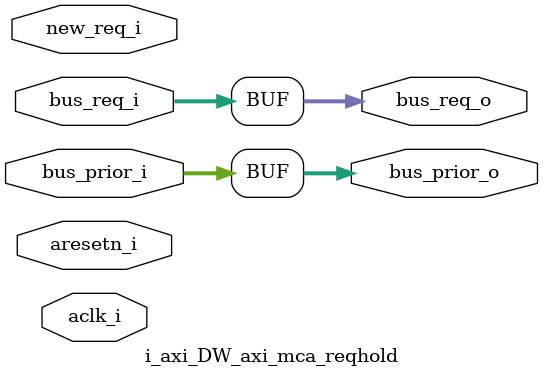
<source format=v>
/* ---------------------------------------------------------------------
**
// ------------------------------------------------------------------------------
// 
// Copyright 2001 - 2020 Synopsys, INC.
// 
// This Synopsys IP and all associated documentation are proprietary to
// Synopsys, Inc. and may only be used pursuant to the terms and conditions of a
// written license agreement with Synopsys, Inc. All other use, reproduction,
// modification, or distribution of the Synopsys IP or the associated
// documentation is strictly prohibited.
// 
// Component Name   : DW_axi
// Component Version: 4.04a
// Release Type     : GA
// ------------------------------------------------------------------------------

// 
// Release version :  4.04a
// File Version     :        $Revision: #9 $ 
// Revision: $Id: //dwh/DW_ocb/DW_axi/amba_dev/src/DW_axi_mca_reqhold.v#9 $ 
**
** ---------------------------------------------------------------------
**
** File     : DW_axi_mca_reqhold.v
//
//
** Created  : Tue May 24 17:09:09 MEST 2005
** Modified : $Date: 2020/03/22 $
** Abstract : This block performs the arbiter input signal holding for
**            any arbiter that has multi-cycle arbitration enabled.
**
** ---------------------------------------------------------------------
*/

`include "DW_axi_all_includes.vh"
module i_axi_DW_axi_mca_reqhold (
  // Inputs - System.
  aclk_i,
  aresetn_i,

  // Inputs - Payload source.
  bus_req_i,
  bus_prior_i,
  
  // Inputs - Multi cycle arbitration control.
  new_req_i,

  // Outputs - Channel arbiter.
  bus_req_o,
  bus_prior_o
);

//----------------------------------------------------------------------
// MODULE PARAMETERS.
//----------------------------------------------------------------------
  parameter MCA_EN = 0; // 1 if multi cycle arbitration is enabled.

  parameter HOLD_PRIOR = 0; // 1 if this block should register priority
                            // values.
  
  parameter BUS_PRIOR_W = 0; // Width of priority input bus.

  parameter N = 2; // Numbre of request signals.

  parameter ARB_TYPE = 2; // Arbitration Type
       
//----------------------------------------------------------------------
// PORT DECLARATIONS
//----------------------------------------------------------------------
  // Inputs - System.
  input aclk_i;    // AXI system clock.
  input aresetn_i; // AXI system reset.

  // Inputs - Payload source.
  input [N-1:0]  bus_req_i; 
  input [BUS_PRIOR_W-1:0]  bus_prior_i; 

  // Inputs - Multi cycle arbitration control.
  input          new_req_i;

  // Outputs - Channel arbiter.
  output [N-1:0] bus_req_o; 
  output [BUS_PRIOR_W-1:0] bus_prior_o; 


  //--------------------------------------------------------------------
  // Register signals.
  //--------------------------------------------------------------------
  // Signal not used if MCA_EN is 0
  reg [N-1:0] bus_req_r;
  reg [N-1:0] new_req_r;
  reg [BUS_PRIOR_W-1:0] bus_prior_r;

  wire        new_req;


  //--------------------------------------------------------------------
  // Request hold and mux registers for request and priority signals.
  // Load registers with new request signals if new_req_i is 
  // asserted otherwise hold values.
  //--------------------------------------------------------------------
  assign bus_req_o = (MCA_EN == 0)
                     ? bus_req_i
         : bus_req_r;

  always @(posedge aclk_i or negedge aresetn_i)
  begin : bus_req_r_PROC
    if(!aresetn_i) begin
      bus_req_r <= {N{1'b0}};
      new_req_r <= {N{1'b0}};
    end else begin
      //ccx_cond: ; ; 0 ; multicycle arbitration not enabled in this configuration.
      bus_req_r <= (new_req_i ? bus_req_i : bus_req_r);
      new_req_r <=  bus_req_i;
    end
  end // bus_req_r_PROC


  // Registering of priority signals is not required unless user has
  // chosen to register external priority signals.
  assign bus_prior_o = ((MCA_EN == 0) || (HOLD_PRIOR == 0 && ARB_TYPE != 4))
                       ? bus_prior_i
           : bus_prior_r;

  assign new_req = (|((bus_req_i ) & (~new_req_r)));

  always @(posedge aclk_i or negedge aresetn_i)
  begin : bus_prior_r_PROC
    if(!aresetn_i) begin
      bus_prior_r <= {BUS_PRIOR_W{1'b0}};
    end else begin
      bus_prior_r <= (new_req ? bus_prior_i : bus_prior_r);
    end
  end // bus_prior_r_PROC


endmodule

</source>
